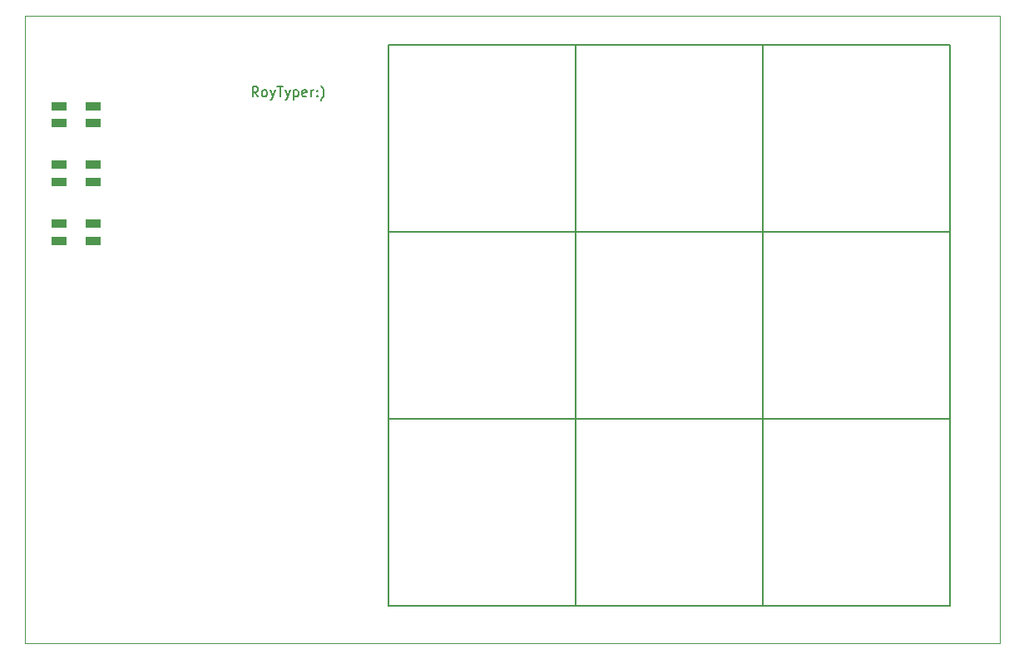
<source format=gbr>
%TF.GenerationSoftware,KiCad,Pcbnew,8.0.8*%
%TF.CreationDate,2025-02-16T15:54:53+05:30*%
%TF.ProjectId,RoyTyper,526f7954-7970-4657-922e-6b696361645f,rev?*%
%TF.SameCoordinates,Original*%
%TF.FileFunction,Paste,Top*%
%TF.FilePolarity,Positive*%
%FSLAX46Y46*%
G04 Gerber Fmt 4.6, Leading zero omitted, Abs format (unit mm)*
G04 Created by KiCad (PCBNEW 8.0.8) date 2025-02-16 15:54:53*
%MOMM*%
%LPD*%
G01*
G04 APERTURE LIST*
%ADD10R,1.600000X0.850000*%
%ADD11C,0.150000*%
%TA.AperFunction,Profile*%
%ADD12C,0.050000*%
%TD*%
G04 APERTURE END LIST*
D10*
%TO.C,D12*%
X56725000Y-78575000D03*
X56725000Y-80325000D03*
X60225000Y-80325000D03*
X60225000Y-78575000D03*
%TD*%
%TO.C,D11*%
X56725000Y-72575000D03*
X56725000Y-74325000D03*
X60225000Y-74325000D03*
X60225000Y-72575000D03*
%TD*%
%TO.C,D10*%
X56725000Y-66575000D03*
X56725000Y-68325000D03*
X60225000Y-68325000D03*
X60225000Y-66575000D03*
%TD*%
D11*
%TO.C,SW3*%
X128325000Y-60325000D02*
X147375000Y-60325000D01*
X128325000Y-79375000D02*
X128325000Y-60325000D01*
X147375000Y-60325000D02*
X147375000Y-79375000D01*
X147375000Y-79375000D02*
X128325000Y-79375000D01*
%TO.C,SW6*%
X128325000Y-79375000D02*
X147375000Y-79375000D01*
X128325000Y-98425000D02*
X128325000Y-79375000D01*
X147375000Y-79375000D02*
X147375000Y-98425000D01*
X147375000Y-98425000D02*
X128325000Y-98425000D01*
%TO.C,SW1*%
X90225000Y-60325000D02*
X109275000Y-60325000D01*
X90225000Y-79375000D02*
X90225000Y-60325000D01*
X109275000Y-60325000D02*
X109275000Y-79375000D01*
X109275000Y-79375000D02*
X90225000Y-79375000D01*
%TO.C,SW4*%
X90225000Y-79375000D02*
X109275000Y-79375000D01*
X90225000Y-98425000D02*
X90225000Y-79375000D01*
X109275000Y-79375000D02*
X109275000Y-98425000D01*
X109275000Y-98425000D02*
X90225000Y-98425000D01*
%TO.C,SW5*%
X109275000Y-79375000D02*
X128325000Y-79375000D01*
X109275000Y-98425000D02*
X109275000Y-79375000D01*
X128325000Y-79375000D02*
X128325000Y-98425000D01*
X128325000Y-98425000D02*
X109275000Y-98425000D01*
%TO.C,SW2*%
X109275000Y-60325000D02*
X128325000Y-60325000D01*
X109275000Y-79375000D02*
X109275000Y-60325000D01*
X128325000Y-60325000D02*
X128325000Y-79375000D01*
X128325000Y-79375000D02*
X109275000Y-79375000D01*
%TO.C,SW9*%
X128325000Y-98425000D02*
X147375000Y-98425000D01*
X128325000Y-117475000D02*
X128325000Y-98425000D01*
X147375000Y-98425000D02*
X147375000Y-117475000D01*
X147375000Y-117475000D02*
X128325000Y-117475000D01*
%TO.C,SW7*%
X90225000Y-98425000D02*
X109275000Y-98425000D01*
X90225000Y-117475000D02*
X90225000Y-98425000D01*
X109275000Y-98425000D02*
X109275000Y-117475000D01*
X109275000Y-117475000D02*
X90225000Y-117475000D01*
%TO.C,SW8*%
X109275000Y-98425000D02*
X128325000Y-98425000D01*
X109275000Y-117475000D02*
X109275000Y-98425000D01*
X128325000Y-98425000D02*
X128325000Y-117475000D01*
X128325000Y-117475000D02*
X109275000Y-117475000D01*
%TD*%
D12*
X53215000Y-57345000D02*
X152445000Y-57345000D01*
X152445000Y-121285000D01*
X53215000Y-121285000D01*
X53215000Y-57345000D01*
D11*
X76983207Y-65604819D02*
X76649874Y-65128628D01*
X76411779Y-65604819D02*
X76411779Y-64604819D01*
X76411779Y-64604819D02*
X76792731Y-64604819D01*
X76792731Y-64604819D02*
X76887969Y-64652438D01*
X76887969Y-64652438D02*
X76935588Y-64700057D01*
X76935588Y-64700057D02*
X76983207Y-64795295D01*
X76983207Y-64795295D02*
X76983207Y-64938152D01*
X76983207Y-64938152D02*
X76935588Y-65033390D01*
X76935588Y-65033390D02*
X76887969Y-65081009D01*
X76887969Y-65081009D02*
X76792731Y-65128628D01*
X76792731Y-65128628D02*
X76411779Y-65128628D01*
X77554636Y-65604819D02*
X77459398Y-65557200D01*
X77459398Y-65557200D02*
X77411779Y-65509580D01*
X77411779Y-65509580D02*
X77364160Y-65414342D01*
X77364160Y-65414342D02*
X77364160Y-65128628D01*
X77364160Y-65128628D02*
X77411779Y-65033390D01*
X77411779Y-65033390D02*
X77459398Y-64985771D01*
X77459398Y-64985771D02*
X77554636Y-64938152D01*
X77554636Y-64938152D02*
X77697493Y-64938152D01*
X77697493Y-64938152D02*
X77792731Y-64985771D01*
X77792731Y-64985771D02*
X77840350Y-65033390D01*
X77840350Y-65033390D02*
X77887969Y-65128628D01*
X77887969Y-65128628D02*
X77887969Y-65414342D01*
X77887969Y-65414342D02*
X77840350Y-65509580D01*
X77840350Y-65509580D02*
X77792731Y-65557200D01*
X77792731Y-65557200D02*
X77697493Y-65604819D01*
X77697493Y-65604819D02*
X77554636Y-65604819D01*
X78221303Y-64938152D02*
X78459398Y-65604819D01*
X78697493Y-64938152D02*
X78459398Y-65604819D01*
X78459398Y-65604819D02*
X78364160Y-65842914D01*
X78364160Y-65842914D02*
X78316541Y-65890533D01*
X78316541Y-65890533D02*
X78221303Y-65938152D01*
X78935589Y-64604819D02*
X79507017Y-64604819D01*
X79221303Y-65604819D02*
X79221303Y-64604819D01*
X79745113Y-64938152D02*
X79983208Y-65604819D01*
X80221303Y-64938152D02*
X79983208Y-65604819D01*
X79983208Y-65604819D02*
X79887970Y-65842914D01*
X79887970Y-65842914D02*
X79840351Y-65890533D01*
X79840351Y-65890533D02*
X79745113Y-65938152D01*
X80602256Y-64938152D02*
X80602256Y-65938152D01*
X80602256Y-64985771D02*
X80697494Y-64938152D01*
X80697494Y-64938152D02*
X80887970Y-64938152D01*
X80887970Y-64938152D02*
X80983208Y-64985771D01*
X80983208Y-64985771D02*
X81030827Y-65033390D01*
X81030827Y-65033390D02*
X81078446Y-65128628D01*
X81078446Y-65128628D02*
X81078446Y-65414342D01*
X81078446Y-65414342D02*
X81030827Y-65509580D01*
X81030827Y-65509580D02*
X80983208Y-65557200D01*
X80983208Y-65557200D02*
X80887970Y-65604819D01*
X80887970Y-65604819D02*
X80697494Y-65604819D01*
X80697494Y-65604819D02*
X80602256Y-65557200D01*
X81887970Y-65557200D02*
X81792732Y-65604819D01*
X81792732Y-65604819D02*
X81602256Y-65604819D01*
X81602256Y-65604819D02*
X81507018Y-65557200D01*
X81507018Y-65557200D02*
X81459399Y-65461961D01*
X81459399Y-65461961D02*
X81459399Y-65081009D01*
X81459399Y-65081009D02*
X81507018Y-64985771D01*
X81507018Y-64985771D02*
X81602256Y-64938152D01*
X81602256Y-64938152D02*
X81792732Y-64938152D01*
X81792732Y-64938152D02*
X81887970Y-64985771D01*
X81887970Y-64985771D02*
X81935589Y-65081009D01*
X81935589Y-65081009D02*
X81935589Y-65176247D01*
X81935589Y-65176247D02*
X81459399Y-65271485D01*
X82364161Y-65604819D02*
X82364161Y-64938152D01*
X82364161Y-65128628D02*
X82411780Y-65033390D01*
X82411780Y-65033390D02*
X82459399Y-64985771D01*
X82459399Y-64985771D02*
X82554637Y-64938152D01*
X82554637Y-64938152D02*
X82649875Y-64938152D01*
X82983209Y-65509580D02*
X83030828Y-65557200D01*
X83030828Y-65557200D02*
X82983209Y-65604819D01*
X82983209Y-65604819D02*
X82935590Y-65557200D01*
X82935590Y-65557200D02*
X82983209Y-65509580D01*
X82983209Y-65509580D02*
X82983209Y-65604819D01*
X82983209Y-64985771D02*
X83030828Y-65033390D01*
X83030828Y-65033390D02*
X82983209Y-65081009D01*
X82983209Y-65081009D02*
X82935590Y-65033390D01*
X82935590Y-65033390D02*
X82983209Y-64985771D01*
X82983209Y-64985771D02*
X82983209Y-65081009D01*
X83364161Y-65985771D02*
X83411780Y-65938152D01*
X83411780Y-65938152D02*
X83507018Y-65795295D01*
X83507018Y-65795295D02*
X83554637Y-65700057D01*
X83554637Y-65700057D02*
X83602256Y-65557200D01*
X83602256Y-65557200D02*
X83649875Y-65319104D01*
X83649875Y-65319104D02*
X83649875Y-65128628D01*
X83649875Y-65128628D02*
X83602256Y-64890533D01*
X83602256Y-64890533D02*
X83554637Y-64747676D01*
X83554637Y-64747676D02*
X83507018Y-64652438D01*
X83507018Y-64652438D02*
X83411780Y-64509580D01*
X83411780Y-64509580D02*
X83364161Y-64461961D01*
M02*

</source>
